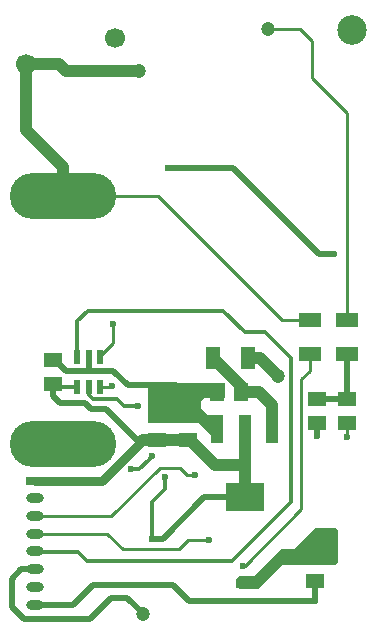
<source format=gbl>
G04 Layer_Physical_Order=2*
G04 Layer_Color=16711680*
%FSLAX44Y44*%
%MOMM*%
G71*
G01*
G75*
%ADD13R,1.6002X1.2700*%
%ADD19R,1.2700X1.6002*%
%ADD21R,1.3000X1.8500*%
%ADD24C,0.5000*%
%ADD25C,1.0000*%
%ADD26C,0.3000*%
%ADD28C,0.2540*%
%ADD30O,9.0000X3.9000*%
%ADD31R,1.5000X0.8000*%
%ADD32O,1.5000X0.8000*%
%ADD33C,2.5000*%
%ADD34C,1.7000*%
%ADD35C,1.2000*%
%ADD36C,0.6000*%
%ADD37R,0.6000X1.2000*%
%ADD38R,3.3000X2.4000*%
%ADD39R,1.0000X2.4000*%
%ADD40R,1.8500X1.3000*%
%ADD41C,0.8000*%
G36*
X270008Y-439079D02*
Y-462079D01*
Y-466079D01*
X268008Y-468079D01*
X223008D01*
X213008Y-478079D01*
X202008Y-489079D01*
X186922D01*
X185154Y-487898D01*
X184746Y-487817D01*
X184008Y-487079D01*
Y-482079D01*
Y-480079D01*
X186008Y-478079D01*
X199008D01*
X212008Y-465079D01*
X222008Y-455079D01*
X233008D01*
X249008Y-439079D01*
X251008Y-437079D01*
X268008D01*
X270008Y-439079D01*
D02*
G37*
G36*
X174008Y-327079D02*
X157008D01*
X156008Y-328079D01*
X154008Y-330079D01*
Y-331079D01*
Y-335079D01*
X160008Y-341079D01*
X166008D01*
X170008Y-345079D01*
Y-360079D01*
X164008D01*
X155008Y-351079D01*
X152008Y-348079D01*
X110008D01*
X109008Y-347079D01*
Y-341079D01*
X109008Y-318079D01*
X113008Y-314079D01*
X128008Y-314079D01*
X174008D01*
Y-327079D01*
D02*
G37*
D13*
X29008Y-315239D02*
D03*
Y-294919D02*
D03*
X117008Y-362399D02*
D03*
Y-342079D02*
D03*
X143008Y-362399D02*
D03*
Y-342079D02*
D03*
X251008Y-482239D02*
D03*
Y-461919D02*
D03*
X252008Y-327919D02*
D03*
Y-348239D02*
D03*
X278008Y-327919D02*
D03*
Y-348239D02*
D03*
D19*
X188168Y-322079D02*
D03*
X167848D02*
D03*
D21*
X164508Y-293079D02*
D03*
X193508D02*
D03*
D24*
X78000Y-496000D02*
X91788D01*
X60000Y-514000D02*
X78000Y-496000D01*
X4000Y-514000D02*
X60000D01*
X-6000Y-504000D02*
X4000Y-514000D01*
X2091Y-471909D02*
X13958D01*
X-6000Y-480000D02*
X2091Y-471909D01*
X-6000Y-504000D02*
Y-480000D01*
X91788Y-496000D02*
X105000Y-509212D01*
X63000Y-485000D02*
X130000D01*
X46091Y-501909D02*
X63000Y-485000D01*
X13958Y-501909D02*
X46091D01*
X144079Y-499079D02*
X251008D01*
X130000Y-485000D02*
X144079Y-499079D01*
X105000Y-510000D02*
Y-509212D01*
X56008Y-331079D02*
X61008Y-336079D01*
X35008Y-331079D02*
X56008D01*
X29008Y-325079D02*
X35008Y-331079D01*
X100328Y-362399D02*
X104688D01*
X74008Y-336079D02*
X100328Y-362399D01*
X61008Y-336079D02*
X74008D01*
X29008Y-325079D02*
Y-315239D01*
X157008Y-411079D02*
X191008D01*
X121508Y-446579D02*
X157008Y-411079D01*
X113008Y-446579D02*
X121508D01*
X57008Y-304079D02*
X80008D01*
X39977D02*
X57008D01*
X133008Y-316079D02*
X143008Y-326079D01*
X92008Y-316079D02*
X133008D01*
X80008Y-304079D02*
X92008Y-316079D01*
X29008Y-294919D02*
X30817D01*
X39977Y-304079D01*
X57008D02*
X59008Y-302079D01*
Y-292579D01*
X254008Y-205079D02*
X267008D01*
X181008Y-132079D02*
X254008Y-205079D01*
X126008Y-132079D02*
X181008D01*
X143008Y-342079D02*
Y-326079D01*
Y-342079D02*
X157008D01*
X117008D02*
X143008D01*
X222168Y-461919D02*
X251008D01*
Y-444079D02*
X253008Y-442079D01*
X251008Y-461919D02*
Y-444079D01*
Y-499079D02*
Y-482239D01*
X247848D02*
X251008D01*
X252008Y-327919D02*
X278008D01*
Y-289579D01*
X157008Y-342079D02*
X168008Y-353079D01*
X143008Y-326079D02*
X147008Y-322079D01*
X252008Y-359079D02*
Y-348239D01*
X147008Y-322079D02*
X155008D01*
X167848D01*
X200008Y-484079D02*
X222168Y-461919D01*
X188008Y-484079D02*
X195008D01*
X200008D01*
D25*
X37008Y-156079D02*
Y-131008D01*
X5900Y-99900D02*
X37008Y-131008D01*
X5900Y-99900D02*
Y-44160D01*
X166079Y-384079D02*
X191008D01*
X144399Y-362399D02*
X166079Y-384079D01*
X143008Y-362399D02*
X144399D01*
X40000Y-50000D02*
X102000D01*
X34160Y-44160D02*
X40000Y-50000D01*
X5900Y-44160D02*
X34160D01*
X188008Y-324079D02*
X190008Y-322079D01*
X104688Y-362399D02*
X117008D01*
X143008D01*
X191008Y-384079D02*
Y-353079D01*
Y-411079D02*
Y-384079D01*
X164508Y-293079D02*
X164513D01*
X188168Y-322079D02*
Y-316734D01*
X164513Y-293079D02*
X188168Y-316734D01*
X214008Y-353079D02*
Y-333079D01*
X188008Y-324079D02*
Y-322239D01*
X188168Y-322079D01*
X190008D02*
X203008D01*
X214008Y-333079D01*
X193508Y-293079D02*
X204008D01*
X219008Y-308079D01*
D26*
X180087Y-465000D02*
X230008Y-415079D01*
X57929Y-465000D02*
X180087D01*
X50008Y-457079D02*
X57929Y-465000D01*
X109921Y-379079D02*
X110008D01*
X101921Y-387079D02*
X109921Y-379079D01*
X95008Y-387079D02*
X101921D01*
X58008Y-253079D02*
X173008D01*
X49508Y-261579D02*
X58008Y-253079D01*
X49508Y-292579D02*
Y-261579D01*
X173008Y-253079D02*
X191008Y-271079D01*
X123668Y-404419D02*
Y-394079D01*
X113008Y-415079D02*
X123668Y-404419D01*
X113008Y-446579D02*
Y-415079D01*
X63008Y-328079D02*
X83008D01*
X59008Y-324079D02*
X63008Y-328079D01*
X59008Y-324079D02*
Y-317579D01*
X89008Y-334079D02*
X101008D01*
X83008Y-328079D02*
X89008Y-334079D01*
X230008Y-415079D02*
Y-293079D01*
X208008Y-271079D02*
X230008Y-293079D01*
X191008Y-271079D02*
X208008D01*
X13958Y-456909D02*
X14128Y-457079D01*
X50008D01*
X29008Y-315239D02*
X31348Y-317579D01*
X49508D01*
X110008Y-379079D02*
X113008Y-376079D01*
Y-376079D01*
D28*
X135929Y-386000D02*
X142008Y-392079D01*
X119000Y-386000D02*
X135929D01*
X78091Y-426909D02*
X119000Y-386000D01*
X13958Y-426909D02*
X78091D01*
X135087Y-455000D02*
X143008Y-447079D01*
X87929Y-455000D02*
X135087D01*
X74838Y-441909D02*
X87929Y-455000D01*
X237929Y-15000D02*
X248008Y-25079D01*
X211000Y-15000D02*
X237929D01*
X68508Y-317579D02*
X79008D01*
X80008Y-280079D02*
Y-264079D01*
X68508Y-291579D02*
X80008Y-280079D01*
X68508Y-292579D02*
Y-291579D01*
X239008Y-311079D02*
X246008Y-304079D01*
X239008Y-421079D02*
Y-311079D01*
X191008Y-469079D02*
X239008Y-421079D01*
X222508Y-260579D02*
X246008D01*
X118008Y-156079D02*
X222508Y-260579D01*
X37008Y-156079D02*
X118008D01*
X13958Y-441909D02*
X74838D01*
X142008Y-392079D02*
X149008D01*
X190008Y-469079D02*
X191008D01*
X246008Y-304079D02*
Y-289579D01*
X278008Y-360079D02*
Y-348239D01*
X143008Y-447079D02*
X161008D01*
X278008Y-260579D02*
Y-86079D01*
X248008Y-56079D02*
X278008Y-86079D01*
X248008Y-56079D02*
Y-25079D01*
D30*
X36960Y-365906D02*
D03*
X37008Y-156079D02*
D03*
D31*
X13958Y-396909D02*
D03*
D32*
Y-411909D02*
D03*
Y-426909D02*
D03*
Y-441909D02*
D03*
Y-456909D02*
D03*
Y-471909D02*
D03*
Y-486909D02*
D03*
Y-501909D02*
D03*
D33*
X282008Y-15079D02*
D03*
D34*
X5900Y-44160D02*
D03*
X80900Y-22160D02*
D03*
D35*
X105000Y-510000D02*
D03*
X102000Y-50000D02*
D03*
X211000Y-15000D02*
D03*
X143008Y-326079D02*
D03*
X219008Y-308079D02*
D03*
D36*
X79008Y-317079D02*
D03*
X101008Y-334079D02*
D03*
X80008Y-264079D02*
D03*
X149008Y-392079D02*
D03*
X190008Y-469079D02*
D03*
X253008Y-442079D02*
D03*
X113008Y-376079D02*
D03*
X123668Y-394079D02*
D03*
X113008Y-446579D02*
D03*
X161008Y-447079D02*
D03*
X251008Y-499079D02*
D03*
X278008Y-360079D02*
D03*
X252008Y-359079D02*
D03*
X267008Y-205079D02*
D03*
X126008Y-132079D02*
D03*
X155008Y-322079D02*
D03*
X262008Y-442079D02*
D03*
X188008Y-484079D02*
D03*
X195008D02*
D03*
X95008Y-387079D02*
D03*
D37*
X49508Y-317579D02*
D03*
X59008D02*
D03*
X68508D02*
D03*
Y-292579D02*
D03*
X59008D02*
D03*
X49508D02*
D03*
D38*
X191008Y-411079D02*
D03*
D39*
X214008Y-353079D02*
D03*
X191008Y-353079D02*
D03*
X168008Y-353079D02*
D03*
D40*
X278008Y-260579D02*
D03*
Y-289579D02*
D03*
X246008Y-260579D02*
D03*
Y-289579D02*
D03*
D41*
X70178Y-396909D02*
X104688Y-362399D01*
X13958Y-396909D02*
X70178D01*
M02*

</source>
